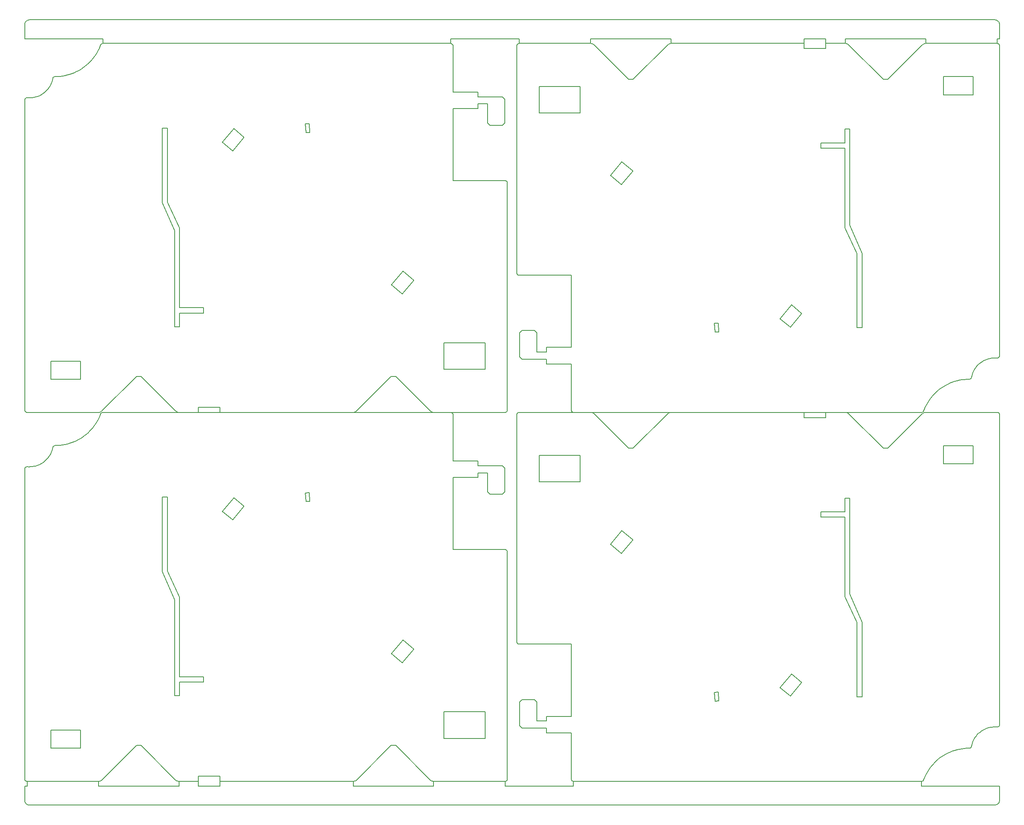
<source format=gko>
*
%FSLAX26Y26*%
%MOIN*%
%ADD10C,0.005906*%
%IPPOS*%
%LN504-2st46574a0.gko*%
%LPD*%
G75*
G54D10*
X252299Y2992131D02*
X247927Y2991640D01*
X243774Y2990190D01*
X240046Y2987854D01*
X236930Y2984749D01*
X234581Y2981030D01*
X233116Y2976882D01*
X232939Y2976031D01*
X21529Y2815771D02*
X35443Y2815001D01*
X49377Y2815217D01*
X63261Y2816418D01*
X77025Y2818598D01*
X90601Y2821747D01*
X103919Y2825849D01*
X116914Y2830882D01*
X129521Y2836822D01*
X141675Y2843639D01*
X153317Y2851299D01*
X164388Y2859763D01*
X174832Y2868990D01*
X184597Y2878932D01*
X193634Y2889540D01*
X201899Y2900761D01*
X209348Y2912538D01*
X215946Y2924813D01*
X221659Y2937525D01*
X226458Y2950608D01*
X230319Y2963998D01*
X232919Y2975941D01*
X21469Y2815781D02*
X21479D01*
X21469D02*
X17071Y2815688D01*
X12804Y2814621D01*
X8880Y2812632D01*
X5496Y2809823D01*
X2820Y2806332D01*
X986Y2802334D01*
X86Y2798028D01*
X-1Y2796181D01*
Y216541D01*
X490Y212169D01*
X1940Y208016D01*
X4276Y204288D01*
X7381Y201172D01*
X11100Y198823D01*
X15248Y197358D01*
X19618Y196851D01*
X19689Y196851D01*
X614219D01*
X620426Y197344D01*
X626478Y198811D01*
X632223Y201212D01*
X637517Y204490D01*
X642059Y208391D01*
X929569Y495891D01*
X967609D01*
X1255119Y208391D01*
X1259855Y204348D01*
X1265169Y201103D01*
X1270928Y198736D01*
X1276989Y197307D01*
X1282959Y196851D01*
X1444939D01*
Y239911D01*
X1625179D01*
Y196851D01*
X2732789D01*
X2738996Y197344D01*
X2745048Y198811D01*
X2750793Y201212D01*
X2756087Y204490D01*
X2760629Y208391D01*
X3048139Y495891D01*
X3086179D01*
X3373689Y208391D01*
X3378425Y204348D01*
X3383739Y201103D01*
X3389498Y198736D01*
X3395559Y197307D01*
X3401529Y196851D01*
X3996059D01*
X4000430Y197342D01*
X4004584Y198792D01*
X4008312Y201128D01*
X4011428Y204233D01*
X4013777Y207952D01*
X4015242Y212100D01*
X4015749Y216470D01*
X4015749Y216541D01*
Y2106301D01*
X4015257Y2110673D01*
X4013808Y2114826D01*
X4011472Y2118554D01*
X4008367Y2121670D01*
X4004648Y2124019D01*
X4000500Y2125484D01*
X3996130Y2125991D01*
X3996059Y2125991D01*
X3562989D01*
Y2726301D01*
X3770989D01*
Y2764431D01*
X3851019D01*
Y2606301D01*
X3870709Y2586621D01*
X3973109D01*
X3992799Y2606301D01*
Y2804281D01*
X3973109Y2823971D01*
X3771019D01*
Y2864191D01*
X3562989D01*
Y3248041D01*
X3562497Y3252412D01*
X3561048Y3256564D01*
X3558712Y3260290D01*
X3555607Y3263405D01*
X3551888Y3265753D01*
X3547741Y3267216D01*
X3543372Y3267721D01*
X3543309Y3267721D01*
X649609D01*
X645238Y3267231D01*
X641085Y3265782D01*
X637357Y3263448D01*
X634241Y3260344D01*
X631892Y3256625D01*
X631129Y3254831D01*
X254329Y2992131D02*
X274229Y2992624D01*
X294080Y2994103D01*
X313834Y2996563D01*
X333441Y3000000D01*
X352854Y3004404D01*
X372025Y3009764D01*
X390906Y3016068D01*
X409453Y3023300D01*
X427618Y3031442D01*
X445357Y3040474D01*
X462626Y3050374D01*
X479384Y3061118D01*
X495589Y3072679D01*
X511201Y3085028D01*
X526182Y3098137D01*
X540495Y3111971D01*
X554105Y3126498D01*
X566978Y3141682D01*
X579083Y3157484D01*
X590390Y3173868D01*
X600871Y3190791D01*
X610501Y3208213D01*
X619256Y3226091D01*
X627113Y3244381D01*
X631209Y3255041D01*
X254329Y2992131D02*
X252299D01*
X3829309Y555121D02*
X3488189D01*
Y775591D01*
X3829309D01*
Y555121D01*
X464569Y473211D02*
X218319D01*
Y623801D01*
X464569D01*
Y473211D01*
X3141199Y1182351D02*
X3050469Y1259161D01*
X3146599Y1372251D01*
X3237109Y1295591D01*
X3141199Y1182331D01*
X3140989Y1182511D01*
X3141199Y1182351D01*
X1729399Y2373281D02*
X1645269Y2444521D01*
X1740519Y2558331D01*
X1824649Y2487091D01*
X1729399Y2373281D01*
X1487209Y1067661D02*
X1287399D01*
Y1731471D01*
X1187219Y1945301D01*
Y2563001D01*
X1143489D01*
Y1944011D01*
X1247609Y1708201D01*
Y909451D01*
X1287399D01*
Y1023631D01*
X1487209D01*
Y1067661D01*
X2371310Y2526899D02*
X2339768Y2525311D01*
X2334678Y2597931D01*
X2366190Y2599521D01*
X2371310Y2526899D01*
X252299Y6063002D02*
X247927Y6062510D01*
X243774Y6061061D01*
X240046Y6058725D01*
X236930Y6055620D01*
X234581Y6051900D01*
X233116Y6047752D01*
X232939Y6046902D01*
X21529Y5886642D02*
X35443Y5885871D01*
X49377Y5886087D01*
X63261Y5887289D01*
X77025Y5889469D01*
X90601Y5892618D01*
X103919Y5896719D01*
X116914Y5901753D01*
X129521Y5907693D01*
X141675Y5914510D01*
X153317Y5922170D01*
X164388Y5930634D01*
X174832Y5939860D01*
X184597Y5949803D01*
X193634Y5960411D01*
X201899Y5971632D01*
X209348Y5983409D01*
X215946Y5995684D01*
X221659Y6008395D01*
X226458Y6021479D01*
X230319Y6034869D01*
X232919Y6046812D01*
X21469Y5886652D02*
X21479D01*
X21469D02*
X17071Y5886559D01*
X12804Y5885491D01*
X8880Y5883503D01*
X5496Y5880693D01*
X2820Y5877202D01*
X986Y5873204D01*
X86Y5868899D01*
X-1Y5867052D01*
Y3287412D01*
X490Y3283040D01*
X1940Y3278887D01*
X4276Y3275159D01*
X7381Y3272043D01*
X11100Y3269694D01*
X15248Y3268229D01*
X19618Y3267722D01*
X19689Y3267722D01*
X614219D01*
X620426Y3268215D01*
X626478Y3269681D01*
X632223Y3272083D01*
X637517Y3275361D01*
X642059Y3279262D01*
X929569Y3566762D01*
X967609D01*
X1255119Y3279262D01*
X1259855Y3275219D01*
X1265169Y3271974D01*
X1270928Y3269607D01*
X1276989Y3268178D01*
X1282959Y3267722D01*
X1444939D01*
Y3310782D01*
X1625179D01*
Y3267722D01*
X2732789D01*
X2738996Y3268215D01*
X2745048Y3269681D01*
X2750793Y3272083D01*
X2756087Y3275361D01*
X2760629Y3279262D01*
X3048139Y3566762D01*
X3086179D01*
X3373689Y3279262D01*
X3378425Y3275219D01*
X3383739Y3271974D01*
X3389498Y3269607D01*
X3395559Y3268178D01*
X3401529Y3267722D01*
X3996059D01*
X4000430Y3268213D01*
X4004584Y3269663D01*
X4008312Y3271999D01*
X4011428Y3275104D01*
X4013777Y3278823D01*
X4015242Y3282971D01*
X4015749Y3287341D01*
X4015749Y3287412D01*
Y5177172D01*
X4015257Y5181543D01*
X4013808Y5185697D01*
X4011472Y5189424D01*
X4008367Y5192541D01*
X4004648Y5194890D01*
X4000500Y5196354D01*
X3996130Y5196862D01*
X3996059Y5196862D01*
X3562989D01*
Y5797172D01*
X3770989D01*
Y5835302D01*
X3851019D01*
Y5677172D01*
X3870709Y5657492D01*
X3973109D01*
X3992799Y5677172D01*
Y5875152D01*
X3973109Y5894842D01*
X3771019D01*
Y5935062D01*
X3562989D01*
Y6318912D01*
X3562497Y6323282D01*
X3561048Y6327434D01*
X3558712Y6331161D01*
X3555607Y6334276D01*
X3551888Y6336623D01*
X3547741Y6338086D01*
X3543372Y6338592D01*
X3543309Y6338592D01*
X649609D01*
X645238Y6338102D01*
X641085Y6336653D01*
X637357Y6334319D01*
X634241Y6331214D01*
X631892Y6327496D01*
X631129Y6325702D01*
X254329Y6063002D02*
X274229Y6063495D01*
X294080Y6064973D01*
X313834Y6067434D01*
X333441Y6070870D01*
X352854Y6075274D01*
X372025Y6080635D01*
X390906Y6086938D01*
X409453Y6094170D01*
X427618Y6102312D01*
X445357Y6111344D01*
X462626Y6121245D01*
X479384Y6131988D01*
X495589Y6143549D01*
X511201Y6155899D01*
X526182Y6169007D01*
X540495Y6182842D01*
X554105Y6197369D01*
X566978Y6212552D01*
X579083Y6228355D01*
X590390Y6244738D01*
X600871Y6261662D01*
X610501Y6279084D01*
X619256Y6296962D01*
X627113Y6315251D01*
X631209Y6325912D01*
X254329Y6063002D02*
X252299D01*
X3829309Y3625992D02*
X3488189D01*
Y3846462D01*
X3829309D01*
Y3625992D01*
X464569Y3544082D02*
X218319D01*
Y3694672D01*
X464569D01*
Y3544082D01*
X3141199Y4253222D02*
X3050469Y4330032D01*
X3146599Y4443122D01*
X3237109Y4366462D01*
X3141199Y4253202D01*
X3140989Y4253382D01*
X3141199Y4253222D01*
X1729399Y5444152D02*
X1645269Y5515392D01*
X1740519Y5629202D01*
X1824649Y5557962D01*
X1729399Y5444152D01*
X1487209Y4138532D02*
X1287399D01*
Y4802342D01*
X1187219Y5016172D01*
Y5633872D01*
X1143489D01*
Y5014882D01*
X1247609Y4779072D01*
Y3980322D01*
X1287399D01*
Y4094502D01*
X1487209D01*
Y4138532D01*
X2371310Y5597770D02*
X2339768Y5596181D01*
X2334678Y5668801D01*
X2366190Y5670391D01*
X2371310Y5597770D01*
X7857937Y472441D02*
X7862309Y472932D01*
X7866462Y474382D01*
X7870190Y476718D01*
X7873306Y479823D01*
X7875655Y483542D01*
X7877120Y487690D01*
X7877297Y488541D01*
X8088707Y648801D02*
X8074793Y649571D01*
X8060858Y649355D01*
X8046975Y648154D01*
X8033210Y645974D01*
X8019635Y642825D01*
X8006317Y638724D01*
X7993321Y633690D01*
X7980715Y627750D01*
X7968561Y620933D01*
X7956919Y613273D01*
X7945848Y604809D01*
X7935404Y595582D01*
X7925639Y585640D01*
X7916601Y575032D01*
X7908337Y563811D01*
X7900888Y552034D01*
X7894290Y539759D01*
X7888577Y527048D01*
X7883778Y513964D01*
X7879917Y500574D01*
X7877317Y488631D01*
X8088767Y648791D02*
X8088757D01*
X8088767D02*
X8093165Y648884D01*
X8097432Y649951D01*
X8101355Y651940D01*
X8104740Y654749D01*
X8107415Y658240D01*
X8109249Y662238D01*
X8110150Y666544D01*
X8110237Y668391D01*
Y3248031D01*
X8109746Y3252403D01*
X8108296Y3256556D01*
X8105960Y3260284D01*
X8102855Y3263400D01*
X8099136Y3265749D01*
X8094988Y3267214D01*
X8090618Y3267721D01*
X8090547Y3267721D01*
X7496017D01*
X7489810Y3267228D01*
X7483758Y3265762D01*
X7478013Y3263360D01*
X7472719Y3260082D01*
X7468177Y3256181D01*
X7180667Y2968681D01*
X7142627D01*
X6855117Y3256181D01*
X6850381Y3260224D01*
X6845067Y3263469D01*
X6839307Y3265836D01*
X6833247Y3267265D01*
X6827277Y3267721D01*
X6665297D01*
Y3224661D01*
X6485057D01*
Y3267721D01*
X5377447D01*
X5371240Y3267228D01*
X5365188Y3265762D01*
X5359443Y3263360D01*
X5354149Y3260082D01*
X5349607Y3256181D01*
X5062097Y2968681D01*
X5024057D01*
X4736547Y3256181D01*
X4731811Y3260224D01*
X4726497Y3263469D01*
X4720737Y3265836D01*
X4714677Y3267265D01*
X4708707Y3267721D01*
X4114177D01*
X4109805Y3267230D01*
X4105652Y3265780D01*
X4101924Y3263444D01*
X4098808Y3260339D01*
X4096459Y3256620D01*
X4094994Y3252472D01*
X4094487Y3248102D01*
X4094487Y3248031D01*
Y1358271D01*
X4094978Y1353900D01*
X4096428Y1349746D01*
X4098764Y1346018D01*
X4101869Y1342902D01*
X4105588Y1340553D01*
X4109736Y1339088D01*
X4114106Y1338581D01*
X4114177Y1338581D01*
X4547247D01*
Y738271D01*
X4339247D01*
Y700141D01*
X4259217D01*
Y858271D01*
X4239527Y877951D01*
X4137127D01*
X4117437Y858271D01*
Y660291D01*
X4137127Y640601D01*
X4339217D01*
Y600381D01*
X4547247D01*
Y216531D01*
X4547738Y212161D01*
X4549188Y208008D01*
X4551524Y204282D01*
X4554629Y201167D01*
X4558348Y198819D01*
X4562495Y197356D01*
X4566864Y196851D01*
X4566927Y196851D01*
X7460627D01*
X7464998Y197341D01*
X7469151Y198790D01*
X7472879Y201124D01*
X7475995Y204228D01*
X7478344Y207947D01*
X7479107Y209741D01*
X7855907Y472441D02*
X7836007Y471948D01*
X7816156Y470469D01*
X7796402Y468009D01*
X7776795Y464572D01*
X7757382Y460169D01*
X7738211Y454808D01*
X7719329Y448504D01*
X7700783Y441272D01*
X7682618Y433130D01*
X7664879Y424098D01*
X7647609Y414198D01*
X7630851Y403454D01*
X7614646Y391893D01*
X7599034Y379544D01*
X7584053Y366435D01*
X7569740Y352601D01*
X7556131Y338074D01*
X7543257Y322890D01*
X7531153Y307088D01*
X7519846Y290704D01*
X7509364Y273781D01*
X7499735Y256359D01*
X7490980Y238481D01*
X7483122Y220192D01*
X7479027Y209531D01*
X7855907Y472441D02*
X7857937D01*
X4280927Y2909451D02*
X4622047D01*
Y2688981D01*
X4280927D01*
Y2909451D01*
X7645667Y2991361D02*
X7891917D01*
Y2840771D01*
X7645667D01*
Y2991361D01*
X4969037Y2282221D02*
X5059767Y2205411D01*
X4963637Y2092321D01*
X4873127Y2168981D01*
X4969037Y2282241D01*
X4969247Y2282061D01*
X4969037Y2282221D01*
X6380837Y1091291D02*
X6464967Y1020051D01*
X6369717Y906241D01*
X6285587Y977481D01*
X6380837Y1091291D01*
X6623027Y2396911D02*
X6822837D01*
Y1733101D01*
X6923017Y1519271D01*
Y901571D01*
X6966747D01*
Y1520561D01*
X6862627Y1756371D01*
Y2555121D01*
X6822837D01*
Y2440941D01*
X6623027D01*
Y2396911D01*
X5738926Y937673D02*
X5770468Y939261D01*
X5775558Y866641D01*
X5744046Y865051D01*
X5738926Y937673D01*
X7857937Y3543312D02*
X7862309Y3543803D01*
X7866462Y3545253D01*
X7870190Y3547589D01*
X7873306Y3550694D01*
X7875655Y3554413D01*
X7877120Y3558561D01*
X7877297Y3559412D01*
X8088707Y3719672D02*
X8074793Y3720442D01*
X8060858Y3720226D01*
X8046975Y3719025D01*
X8033210Y3716844D01*
X8019635Y3713696D01*
X8006317Y3709594D01*
X7993321Y3704561D01*
X7980715Y3698621D01*
X7968561Y3691804D01*
X7956919Y3684144D01*
X7945848Y3675679D01*
X7935404Y3666453D01*
X7925639Y3656511D01*
X7916601Y3645903D01*
X7908337Y3634682D01*
X7900888Y3622904D01*
X7894290Y3610629D01*
X7888577Y3597918D01*
X7883778Y3584835D01*
X7879917Y3571445D01*
X7877317Y3559502D01*
X8088767Y3719662D02*
X8088757D01*
X8088767D02*
X8093165Y3719755D01*
X8097432Y3720822D01*
X8101355Y3722810D01*
X8104740Y3725620D01*
X8107415Y3729111D01*
X8109249Y3733109D01*
X8110150Y3737414D01*
X8110237Y3739262D01*
Y6318902D01*
X8109746Y6323273D01*
X8108296Y6327427D01*
X8105960Y6331154D01*
X8102855Y6334271D01*
X8099136Y6336620D01*
X8094988Y6338084D01*
X8090618Y6338592D01*
X8090547Y6338592D01*
X7496017D01*
X7489810Y6338098D01*
X7483758Y6336632D01*
X7478013Y6334230D01*
X7472719Y6330953D01*
X7468177Y6327052D01*
X7180667Y6039552D01*
X7142627D01*
X6855117Y6327052D01*
X6850381Y6331094D01*
X6845067Y6334340D01*
X6839307Y6336706D01*
X6833247Y6338135D01*
X6827277Y6338592D01*
X6665297D01*
Y6295532D01*
X6485057D01*
Y6338592D01*
X5377447D01*
X5371240Y6338098D01*
X5365188Y6336632D01*
X5359443Y6334230D01*
X5354149Y6330953D01*
X5349607Y6327052D01*
X5062097Y6039552D01*
X5024057D01*
X4736547Y6327052D01*
X4731811Y6331094D01*
X4726497Y6334340D01*
X4720737Y6336706D01*
X4714677Y6338135D01*
X4708707Y6338592D01*
X4114177D01*
X4109805Y6338100D01*
X4105652Y6336651D01*
X4101924Y6334315D01*
X4098808Y6331210D01*
X4096459Y6327490D01*
X4094994Y6323342D01*
X4094487Y6318973D01*
X4094487Y6318902D01*
Y4429142D01*
X4094978Y4424770D01*
X4096428Y4420617D01*
X4098764Y4416889D01*
X4101869Y4413773D01*
X4105588Y4411424D01*
X4109736Y4409959D01*
X4114106Y4409452D01*
X4114177Y4409452D01*
X4547247D01*
Y3809142D01*
X4339247D01*
Y3771012D01*
X4259217D01*
Y3929142D01*
X4239527Y3948822D01*
X4137127D01*
X4117437Y3929142D01*
Y3731162D01*
X4137127Y3711472D01*
X4339217D01*
Y3671252D01*
X4547247D01*
Y3287402D01*
X4547738Y3283031D01*
X4549188Y3278879D01*
X4551524Y3275152D01*
X4554629Y3272038D01*
X4558348Y3269690D01*
X4562495Y3268227D01*
X4566864Y3267722D01*
X4566927Y3267722D01*
X7460627D01*
X7464998Y3268212D01*
X7469151Y3269660D01*
X7472879Y3271995D01*
X7475995Y3275099D01*
X7478344Y3278818D01*
X7479107Y3280612D01*
X7855907Y3543312D02*
X7836007Y3542819D01*
X7816156Y3541340D01*
X7796402Y3538879D01*
X7776795Y3535443D01*
X7757382Y3531039D01*
X7738211Y3525679D01*
X7719329Y3519375D01*
X7700783Y3512143D01*
X7682618Y3504001D01*
X7664879Y3494969D01*
X7647609Y3485069D01*
X7630851Y3474325D01*
X7614646Y3462764D01*
X7599034Y3450414D01*
X7584053Y3437306D01*
X7569740Y3423471D01*
X7556131Y3408944D01*
X7543257Y3393761D01*
X7531153Y3377958D01*
X7519846Y3361575D01*
X7509364Y3344652D01*
X7499735Y3327230D01*
X7490980Y3309352D01*
X7483122Y3291062D01*
X7479027Y3280402D01*
X7855907Y3543312D02*
X7857937D01*
X4280927Y5980322D02*
X4622047D01*
Y5759852D01*
X4280927D01*
Y5980322D01*
X7645667Y6062232D02*
X7891917D01*
Y5911642D01*
X7645667D01*
Y6062232D01*
X4969037Y5353092D02*
X5059767Y5276282D01*
X4963637Y5163192D01*
X4873127Y5239852D01*
X4969037Y5353112D01*
X4969247Y5352932D01*
X4969037Y5353092D01*
X6380837Y4162162D02*
X6464967Y4090922D01*
X6369717Y3977112D01*
X6285587Y4048352D01*
X6380837Y4162162D01*
X6623027Y5467782D02*
X6822837D01*
Y4803972D01*
X6923017Y4590142D01*
Y3972442D01*
X6966747D01*
Y4591432D01*
X6862627Y4827242D01*
Y5625992D01*
X6822837D01*
Y5511812D01*
X6623027D01*
Y5467782D01*
X5738926Y4008544D02*
X5770468Y4010132D01*
X5775558Y3937512D01*
X5744046Y3935922D01*
X5738926Y4008544D01*
X8110236Y6496072D02*
X8109744Y6502280D01*
X8108279Y6508332D01*
X8105878Y6514077D01*
X8102601Y6519372D01*
X8098530Y6524085D01*
X8093767Y6528096D01*
X8088432Y6531306D01*
X8082657Y6533635D01*
X8076587Y6535024D01*
X8070866Y6535442D01*
X39370D02*
X33163Y6534950D01*
X27110Y6533485D01*
X21365Y6531084D01*
X16070Y6527807D01*
X11358Y6523736D01*
X7346Y6518973D01*
X4136Y6513638D01*
X1807Y6507863D01*
X418Y6501792D01*
X0Y6496072D01*
Y6378158D02*
Y6496072D01*
X39370Y6535442D02*
X8070866D01*
X8110236Y6496072D02*
Y6377962D01*
X8090547Y6338592D02*
Y6377962D01*
X8110236D01*
X649832Y6338788D02*
Y6378158D01*
X0D01*
X4113139Y6338569D02*
Y6378427D01*
X3544463D01*
Y6339057D01*
X5377447Y6338592D02*
Y6377962D01*
X4708707D01*
Y6338592D01*
X6665297D02*
Y6377962D01*
X6485057D01*
Y6338592D01*
X7496017D02*
Y6377962D01*
X6827277D01*
Y6338592D01*
X0Y39370D02*
X492Y33163D01*
X1957Y27110D01*
X4358Y21365D01*
X7635Y16070D01*
X11706Y11358D01*
X16469Y7346D01*
X21804Y4136D01*
X27580Y1807D01*
X33650Y418D01*
X39370Y0D01*
X8070866D02*
X8077074Y492D01*
X8083126Y1957D01*
X8088871Y4358D01*
X8094166Y7635D01*
X8098879Y11706D01*
X8102890Y16469D01*
X8106100Y21804D01*
X8108429Y27580D01*
X8109818Y33650D01*
X8110236Y39370D01*
Y157284D02*
Y39370D01*
X8070866Y0D02*
X39370D01*
X0Y39370D02*
Y157480D01*
X19689Y196850D02*
Y157480D01*
X0D01*
X7460404Y196654D02*
Y157284D01*
X8110236D01*
X3997097Y196874D02*
Y157015D01*
X4565773D01*
Y196386D01*
X2732789Y196850D02*
Y157480D01*
X3401529D01*
Y196850D01*
X1444939D02*
Y157480D01*
X1625179D01*
Y196850D01*
X614219D02*
Y157480D01*
X1282959D01*
Y196850D01*
M02*

</source>
